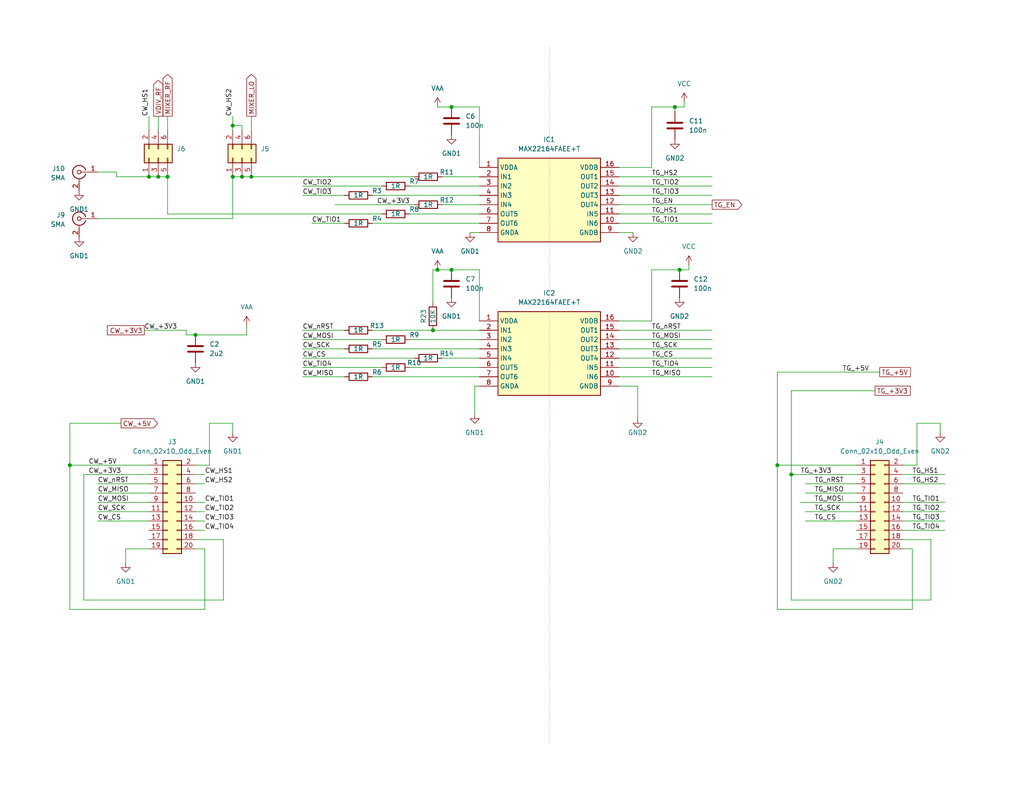
<source format=kicad_sch>
(kicad_sch (version 20231120) (generator "eeschema") (generator_version "8.0")
  (paper "USLetter")
  (title_block (title "Isolator for Jitter Testing"))
  (lib_symbols
    (symbol "Connector:Conn_Coaxial" (pin_names (offset 1.016) hide)
      (property "Reference" "J" (at 0.254 3.048 0))
      (property "Value" "Conn_Coaxial" (at 2.921 0 90))
      (symbol "Conn_Coaxial_0_1"
        (arc (start -1.778 -0.508) (mid 0.2311 -1.8066) (end 1.778 0) (stroke (width 0.254)))
        (polyline (pts (xy -2.54 0) (xy -0.508 0)))
        (polyline (pts (xy 0 -2.54) (xy 0 -1.778)))
        (circle (center 0 0) (radius 0.508) (stroke (width 0.2032)))
        (arc (start 1.778 0) (mid 0.2099 1.8101) (end -1.778 0.508) (stroke (width 0.254)))
      )
      (symbol "Conn_Coaxial_1_1"
        (pin passive line (at -5.08 0 0) (length 2.54) (name "In") (number "1"))
        (pin passive line (at 0 -5.08 90) (length 2.54) (name "Ext") (number "2"))
      )
    )
    (symbol "Connector_Generic:Conn_02x03_Odd_Even" (pin_names (offset 1.016) hide)
      (property "Reference" "J" (at 1.27 5.08 0))
      (property "Value" "Conn_02x03_Odd_Even" (at 1.27 -5.08 0))
      (symbol "Conn_02x03_Odd_Even_1_1"
        (rectangle (start -1.27 -2.413) (end 0 -2.667) (stroke (width 0.1524)))
        (rectangle (start -1.27 0.127) (end 0 -0.127) (stroke (width 0.1524)))
        (rectangle (start -1.27 2.667) (end 0 2.413) (stroke (width 0.1524)))
        (rectangle (start -1.27 3.81) (end 3.81 -3.81) (stroke (width 0.254)) (fill (type background)))
        (rectangle (start 3.81 -2.413) (end 2.54 -2.667) (stroke (width 0.1524)))
        (rectangle (start 3.81 0.127) (end 2.54 -0.127) (stroke (width 0.1524)))
        (rectangle (start 3.81 2.667) (end 2.54 2.413) (stroke (width 0.1524)))
        (pin passive line (at -5.08 2.54 0) (length 3.81) (name "Pin_1") (number "1"))
        (pin passive line (at 7.62 2.54 180) (length 3.81) (name "Pin_2") (number "2"))
        (pin passive line (at -5.08 0 0) (length 3.81) (name "Pin_3") (number "3"))
        (pin passive line (at 7.62 0 180) (length 3.81) (name "Pin_4") (number "4"))
        (pin passive line (at -5.08 -2.54 0) (length 3.81) (name "Pin_5") (number "5"))
        (pin passive line (at 7.62 -2.54 180) (length 3.81) (name "Pin_6") (number "6"))
      )
    )
    (symbol "Connector_Generic:Conn_02x10_Odd_Even" (pin_names (offset 1.016) hide)
      (property "Reference" "J" (at 1.27 12.7 0))
      (property "Value" "Conn_02x10_Odd_Even" (at 1.27 -15.24 0))
      (symbol "Conn_02x10_Odd_Even_1_1"
        (rectangle (start -1.27 -12.573) (end 0 -12.827) (stroke (width 0.1524)))
        (rectangle (start -1.27 -10.033) (end 0 -10.287) (stroke (width 0.1524)))
        (rectangle (start -1.27 -7.493) (end 0 -7.747) (stroke (width 0.1524)))
        (rectangle (start -1.27 -4.953) (end 0 -5.207) (stroke (width 0.1524)))
        (rectangle (start -1.27 -2.413) (end 0 -2.667) (stroke (width 0.1524)))
        (rectangle (start -1.27 0.127) (end 0 -0.127) (stroke (width 0.1524)))
        (rectangle (start -1.27 2.667) (end 0 2.413) (stroke (width 0.1524)))
        (rectangle (start -1.27 5.207) (end 0 4.953) (stroke (width 0.1524)))
        (rectangle (start -1.27 7.747) (end 0 7.493) (stroke (width 0.1524)))
        (rectangle (start -1.27 10.287) (end 0 10.033) (stroke (width 0.1524)))
        (rectangle (start -1.27 11.43) (end 3.81 -13.97) (stroke (width 0.254)) (fill (type background)))
        (rectangle (start 3.81 -12.573) (end 2.54 -12.827) (stroke (width 0.1524)))
        (rectangle (start 3.81 -10.033) (end 2.54 -10.287) (stroke (width 0.1524)))
        (rectangle (start 3.81 -7.493) (end 2.54 -7.747) (stroke (width 0.1524)))
        (rectangle (start 3.81 -4.953) (end 2.54 -5.207) (stroke (width 0.1524)))
        (rectangle (start 3.81 -2.413) (end 2.54 -2.667) (stroke (width 0.1524)))
        (rectangle (start 3.81 0.127) (end 2.54 -0.127) (stroke (width 0.1524)))
        (rectangle (start 3.81 2.667) (end 2.54 2.413) (stroke (width 0.1524)))
        (rectangle (start 3.81 5.207) (end 2.54 4.953) (stroke (width 0.1524)))
        (rectangle (start 3.81 7.747) (end 2.54 7.493) (stroke (width 0.1524)))
        (rectangle (start 3.81 10.287) (end 2.54 10.033) (stroke (width 0.1524)))
        (pin passive line (at -5.08 10.16 0) (length 3.81) (name "Pin_1") (number "1"))
        (pin passive line (at 7.62 0 180) (length 3.81) (name "Pin_10") (number "10"))
        (pin passive line (at -5.08 -2.54 0) (length 3.81) (name "Pin_11") (number "11"))
        (pin passive line (at 7.62 -2.54 180) (length 3.81) (name "Pin_12") (number "12"))
        (pin passive line (at -5.08 -5.08 0) (length 3.81) (name "Pin_13") (number "13"))
        (pin passive line (at 7.62 -5.08 180) (length 3.81) (name "Pin_14") (number "14"))
        (pin passive line (at -5.08 -7.62 0) (length 3.81) (name "Pin_15") (number "15"))
        (pin passive line (at 7.62 -7.62 180) (length 3.81) (name "Pin_16") (number "16"))
        (pin passive line (at -5.08 -10.16 0) (length 3.81) (name "Pin_17") (number "17"))
        (pin passive line (at 7.62 -10.16 180) (length 3.81) (name "Pin_18") (number "18"))
        (pin passive line (at -5.08 -12.7 0) (length 3.81) (name "Pin_19") (number "19"))
        (pin passive line (at 7.62 10.16 180) (length 3.81) (name "Pin_2") (number "2"))
        (pin passive line (at 7.62 -12.7 180) (length 3.81) (name "Pin_20") (number "20"))
        (pin passive line (at -5.08 7.62 0) (length 3.81) (name "Pin_3") (number "3"))
        (pin passive line (at 7.62 7.62 180) (length 3.81) (name "Pin_4") (number "4"))
        (pin passive line (at -5.08 5.08 0) (length 3.81) (name "Pin_5") (number "5"))
        (pin passive line (at 7.62 5.08 180) (length 3.81) (name "Pin_6") (number "6"))
        (pin passive line (at -5.08 2.54 0) (length 3.81) (name "Pin_7") (number "7"))
        (pin passive line (at 7.62 2.54 180) (length 3.81) (name "Pin_8") (number "8"))
        (pin passive line (at -5.08 0 0) (length 3.81) (name "Pin_9") (number "9"))
      )
    )
    (symbol "Device:C" (pin_numbers hide) (pin_names (offset 0.254))
      (property "Reference" "C" (at 0.635 2.54 0))
      (property "Value" "C" (at 0.635 -2.54 0))
      (symbol "C_0_1"
        (polyline (pts (xy -2.032 -0.762) (xy 2.032 -0.762)) (stroke (width 0.508)))
        (polyline (pts (xy -2.032 0.762) (xy 2.032 0.762)) (stroke (width 0.508)))
      )
      (symbol "C_1_1"
        (pin passive line (at 0 3.81 270) (length 2.794) (name "~") (number "1"))
        (pin passive line (at 0 -3.81 90) (length 2.794) (name "~") (number "2"))
      )
    )
    (symbol "Device:R" (pin_numbers hide) (pin_names (offset 0))
      (property "Reference" "R" (at 2.032 0 90))
      (property "Value" "R" (at 0 0 90))
      (symbol "R_0_1"
        (rectangle (start -1.016 -2.54) (end 1.016 2.54) (stroke (width 0.254)))
      )
      (symbol "R_1_1"
        (pin passive line (at 0 3.81 270) (length 1.27) (name "~") (number "1"))
        (pin passive line (at 0 -3.81 90) (length 1.27) (name "~") (number "2"))
      )
    )
    (symbol "MAX22163FAEE+T_1"
      (property "Reference" "IC1" (at 19.05 7.62 0))
      (property "Value" "MAX22164FAEE+T" (at 19.05 5.08 0))
      (symbol "MAX22163FAEE+T_1_1_1"
        (rectangle (start 5.08 2.54) (end 33.02 -20.32) (stroke (width 0.254)) (fill (type background)))
        (pin passive line (at 0 0 0) (length 5.08) (name "VDDA") (number "1"))
        (pin passive line (at 38.1 -15.24 180) (length 5.08) (name "IN6") (number "10"))
        (pin passive line (at 38.1 -12.7 180) (length 5.08) (name "IN5") (number "11"))
        (pin passive line (at 38.1 -10.16 180) (length 5.08) (name "OUT4") (number "12"))
        (pin passive line (at 38.1 -7.62 180) (length 5.08) (name "OUT3") (number "13"))
        (pin passive line (at 38.1 -5.08 180) (length 5.08) (name "OUT2") (number "14"))
        (pin passive line (at 38.1 -2.54 180) (length 5.08) (name "OUT1") (number "15"))
        (pin passive line (at 38.1 0 180) (length 5.08) (name "VDDB") (number "16"))
        (pin passive line (at 0 -2.54 0) (length 5.08) (name "IN1") (number "2"))
        (pin passive line (at 0 -5.08 0) (length 5.08) (name "IN2") (number "3"))
        (pin passive line (at 0 -7.62 0) (length 5.08) (name "IN3") (number "4"))
        (pin passive line (at 0 -10.16 0) (length 5.08) (name "IN4") (number "5"))
        (pin passive line (at 0 -12.7 0) (length 5.08) (name "OUT5") (number "6"))
        (pin passive line (at 0 -15.24 0) (length 5.08) (name "OUT6") (number "7"))
        (pin passive line (at 0 -17.78 0) (length 5.08) (name "GNDA") (number "8"))
        (pin passive line (at 38.1 -17.78 180) (length 5.08) (name "GNDB") (number "9"))
      )
    )
    (symbol "power:GND1" (power) (pin_names (offset 0))
      (property "Value" "GND1" (at 0 -3.81 0))
      (symbol "GND1_0_1"
        (polyline (pts (xy 0 0) (xy 0 -1.27) (xy 1.27 -1.27) (xy 0 -2.54) (xy -1.27 -1.27) (xy 0 -1.27)))
      )
      (symbol "GND1_1_1"
        (pin power_in line (at 0 0 270) (length 0) hide (name "GND1") (number "1"))
      )
    )
    (symbol "power:GND2" (power) (pin_names (offset 0))
      (property "Value" "GND2" (at 0 -3.81 0))
      (symbol "GND2_0_1"
        (polyline (pts (xy 0 0) (xy 0 -1.27) (xy 1.27 -1.27) (xy 0 -2.54) (xy -1.27 -1.27) (xy 0 -1.27)))
      )
      (symbol "GND2_1_1"
        (pin power_in line (at 0 0 270) (length 0) hide (name "GND2") (number "1"))
      )
    )
    (symbol "power:VAA" (power) (pin_names (offset 0))
      (property "Value" "VAA" (at 0 3.81 0))
      (symbol "VAA_0_1"
        (polyline (pts (xy -0.762 1.27) (xy 0 2.54)))
        (polyline (pts (xy 0 0) (xy 0 2.54)))
        (polyline (pts (xy 0 2.54) (xy 0.762 1.27)))
      )
      (symbol "VAA_1_1"
        (pin power_in line (at 0 0 90) (length 0) hide (name "VAA") (number "1"))
      )
    )
    (symbol "power:VCC" (power) (pin_names (offset 0))
      (property "Value" "VCC" (at 0 3.81 0))
      (symbol "VCC_0_1"
        (polyline (pts (xy -0.762 1.27) (xy 0 2.54)))
        (polyline (pts (xy 0 0) (xy 0 2.54)))
        (polyline (pts (xy 0 2.54) (xy 0.762 1.27)))
      )
      (symbol "VCC_1_1"
        (pin power_in line (at 0 0 90) (length 0) hide (name "VCC") (number "1"))
      )
    )
  )
  (junction (at 185.42 73.66))
  (junction (at 123.19 29.21))
  (junction (at 66.04 48.26))
  (junction (at 53.34 91.44))
  (junction (at 118.11 90.17))
  (junction (at 63.5 34.29))
  (junction (at 212.09 127))
  (junction (at 19.05 127))
  (junction (at 43.18 48.26))
  (junction (at 123.19 73.66))
  (junction (at 45.72 48.26))
  (junction (at 40.64 48.26))
  (junction (at 68.58 48.26))
  (junction (at 119.38 73.66))
  (junction (at 215.9 129.54))
  (junction (at 63.5 48.26))
  (junction (at 184.15 29.21))
  (wire (pts (xy 39.37 90.17) (xy 50.8 90.17)))
  (wire (pts (xy 177.8 45.72) (xy 177.8 29.21)))
  (wire (pts (xy 215.9 129.54) (xy 215.9 106.68)))
  (wire (pts (xy 53.34 129.54) (xy 55.88 129.54)))
  (wire (pts (xy 130.81 29.21) (xy 130.81 45.72)))
  (wire (pts (xy 218.44 137.16) (xy 233.68 137.16)))
  (wire (pts (xy 215.9 129.54) (xy 215.9 163.83)))
  (wire (pts (xy 82.55 53.34) (xy 93.98 53.34)))
  (wire (pts (xy 45.72 31.75) (xy 45.72 35.56)))
  (wire (pts (xy 68.58 31.75) (xy 68.58 35.56)))
  (wire (pts (xy 66.04 35.56) (xy 66.04 34.29)))
  (wire (pts (xy 26.67 132.08) (xy 40.64 132.08)))
  (wire (pts (xy 120.65 48.26) (xy 130.81 48.26)))
  (wire (pts (xy 246.38 132.08) (xy 257.81 132.08)))
  (wire (pts (xy 60.96 147.32) (xy 60.96 163.83)))
  (wire (pts (xy 219.71 134.62) (xy 233.68 134.62)))
  (wire (pts (xy 184.15 29.21) (xy 184.15 30.48)))
  (wire (pts (xy 63.5 31.75) (xy 63.5 34.29)))
  (wire (pts (xy 168.91 100.33) (xy 194.31 100.33)))
  (wire (pts (xy 123.19 29.21) (xy 130.81 29.21)))
  (wire (pts (xy 50.8 91.44) (xy 53.34 91.44)))
  (wire (pts (xy 212.09 101.6) (xy 240.03 101.6)))
  (wire (pts (xy 246.38 142.24) (xy 257.81 142.24)))
  (wire (pts (xy 66.04 48.26) (xy 68.58 48.26)))
  (wire (pts (xy 40.64 48.26) (xy 43.18 48.26)))
  (wire (pts (xy 250.19 115.57) (xy 256.54 115.57)))
  (wire (pts (xy 120.65 55.88) (xy 130.81 55.88)))
  (wire (pts (xy 45.72 58.42) (xy 45.72 48.26)))
  (wire (pts (xy 168.91 50.8) (xy 194.31 50.8)))
  (wire (pts (xy 53.34 147.32) (xy 60.96 147.32)))
  (wire (pts (xy 82.55 95.25) (xy 93.98 95.25)))
  (wire (pts (xy 82.55 100.33) (xy 104.14 100.33)))
  (wire (pts (xy 168.91 87.63) (xy 177.8 87.63)))
  (wire (pts (xy 53.34 132.08) (xy 55.88 132.08)))
  (wire (pts (xy 186.69 27.94) (xy 186.69 29.21)))
  (wire (pts (xy 149.86 12.7) (xy 149.86 203.2)) (stroke (width 0) (type dot) (color 242 7 255 1)))
  (wire (pts (xy 101.6 60.96) (xy 130.81 60.96)))
  (wire (pts (xy 82.55 90.17) (xy 93.98 90.17)))
  (wire (pts (xy 219.71 132.08) (xy 233.68 132.08)))
  (wire (pts (xy 168.91 95.25) (xy 194.31 95.25)))
  (wire (pts (xy 184.15 29.21) (xy 186.69 29.21)))
  (wire (pts (xy 53.34 91.44) (xy 67.31 91.44)))
  (wire (pts (xy 85.09 60.96) (xy 93.98 60.96)))
  (wire (pts (xy 40.64 127) (xy 19.05 127)))
  (wire (pts (xy 168.91 55.88) (xy 194.31 55.88)))
  (wire (pts (xy 248.92 149.86) (xy 248.92 166.37)))
  (wire (pts (xy 40.64 149.86) (xy 34.29 149.86)))
  (wire (pts (xy 34.29 149.86) (xy 34.29 153.67)))
  (wire (pts (xy 233.68 149.86) (xy 227.33 149.86)))
  (wire (pts (xy 26.67 46.99) (xy 31.75 46.99)))
  (wire (pts (xy 19.05 166.37) (xy 19.05 127)))
  (wire (pts (xy 63.5 48.26) (xy 66.04 48.26)))
  (wire (pts (xy 43.18 48.26) (xy 45.72 48.26)))
  (wire (pts (xy 26.67 137.16) (xy 40.64 137.16)))
  (wire (pts (xy 63.5 34.29) (xy 66.04 34.29)))
  (wire (pts (xy 256.54 115.57) (xy 256.54 118.11)))
  (wire (pts (xy 177.8 29.21) (xy 184.15 29.21)))
  (wire (pts (xy 233.68 127) (xy 212.09 127)))
  (wire (pts (xy 215.9 129.54) (xy 233.68 129.54)))
  (wire (pts (xy 219.71 139.7) (xy 233.68 139.7)))
  (wire (pts (xy 101.6 95.25) (xy 130.81 95.25)))
  (wire (pts (xy 57.15 115.57) (xy 57.15 127)))
  (wire (pts (xy 248.92 166.37) (xy 212.09 166.37)))
  (wire (pts (xy 53.34 139.7) (xy 55.88 139.7)))
  (wire (pts (xy 168.91 92.71) (xy 194.31 92.71)))
  (wire (pts (xy 101.6 102.87) (xy 130.81 102.87)))
  (wire (pts (xy 168.91 105.41) (xy 173.99 105.41)))
  (wire (pts (xy 246.38 147.32) (xy 254 147.32)))
  (wire (pts (xy 246.38 129.54) (xy 257.81 129.54)))
  (wire (pts (xy 60.96 163.83) (xy 22.86 163.83)))
  (wire (pts (xy 168.91 58.42) (xy 194.31 58.42)))
  (wire (pts (xy 168.91 97.79) (xy 194.31 97.79)))
  (wire (pts (xy 82.55 92.71) (xy 104.14 92.71)))
  (wire (pts (xy 130.81 73.66) (xy 130.81 87.63)))
  (wire (pts (xy 111.76 100.33) (xy 130.81 100.33)))
  (wire (pts (xy 168.91 60.96) (xy 194.31 60.96)))
  (wire (pts (xy 31.75 46.99) (xy 31.75 48.26)))
  (wire (pts (xy 31.75 48.26) (xy 40.64 48.26)))
  (wire (pts (xy 119.38 73.66) (xy 123.19 73.66)))
  (wire (pts (xy 53.34 149.86) (xy 55.88 149.86)))
  (wire (pts (xy 168.91 45.72) (xy 177.8 45.72)))
  (wire (pts (xy 101.6 53.34) (xy 130.81 53.34)))
  (wire (pts (xy 185.42 73.66) (xy 187.96 73.66)))
  (wire (pts (xy 250.19 115.57) (xy 250.19 127)))
  (wire (pts (xy 246.38 149.86) (xy 248.92 149.86)))
  (wire (pts (xy 130.81 63.5) (xy 128.27 63.5)))
  (wire (pts (xy 173.99 105.41) (xy 173.99 114.3)))
  (wire (pts (xy 55.88 166.37) (xy 19.05 166.37)))
  (wire (pts (xy 246.38 144.78) (xy 257.81 144.78)))
  (wire (pts (xy 68.58 48.26) (xy 113.03 48.26)))
  (wire (pts (xy 254 163.83) (xy 215.9 163.83)))
  (wire (pts (xy 177.8 73.66) (xy 185.42 73.66)))
  (wire (pts (xy 26.67 134.62) (xy 40.64 134.62)))
  (wire (pts (xy 53.34 127) (xy 57.15 127)))
  (wire (pts (xy 246.38 137.16) (xy 257.81 137.16)))
  (wire (pts (xy 246.38 127) (xy 250.19 127)))
  (wire (pts (xy 111.76 58.42) (xy 130.81 58.42)))
  (wire (pts (xy 215.9 106.68) (xy 238.76 106.68)))
  (wire (pts (xy 123.19 73.66) (xy 130.81 73.66)))
  (wire (pts (xy 67.31 88.9) (xy 67.31 91.44)))
  (wire (pts (xy 168.91 63.5) (xy 172.72 63.5)))
  (wire (pts (xy 63.5 34.29) (xy 63.5 35.56)))
  (wire (pts (xy 26.67 59.69) (xy 63.5 59.69)))
  (wire (pts (xy 212.09 166.37) (xy 212.09 127)))
  (wire (pts (xy 63.5 115.57) (xy 63.5 118.11)))
  (wire (pts (xy 101.6 90.17) (xy 118.11 90.17)))
  (wire (pts (xy 187.96 72.39) (xy 187.96 73.66)))
  (wire (pts (xy 168.91 102.87) (xy 194.31 102.87)))
  (wire (pts (xy 57.15 115.57) (xy 63.5 115.57)))
  (wire (pts (xy 177.8 87.63) (xy 177.8 73.66)))
  (wire (pts (xy 118.11 90.17) (xy 130.81 90.17)))
  (wire (pts (xy 111.76 50.8) (xy 130.81 50.8)))
  (wire (pts (xy 227.33 149.86) (xy 227.33 153.67)))
  (wire (pts (xy 120.65 97.79) (xy 130.81 97.79)))
  (wire (pts (xy 91.44 55.88) (xy 113.03 55.88)))
  (wire (pts (xy 53.34 137.16) (xy 55.88 137.16)))
  (wire (pts (xy 82.55 50.8) (xy 104.14 50.8)))
  (wire (pts (xy 55.88 149.86) (xy 55.88 166.37)))
  (wire (pts (xy 26.67 142.24) (xy 40.64 142.24)))
  (wire (pts (xy 19.05 115.57) (xy 19.05 127)))
  (wire (pts (xy 82.55 97.79) (xy 113.03 97.79)))
  (wire (pts (xy 19.05 115.57) (xy 33.02 115.57)))
  (wire (pts (xy 129.54 105.41) (xy 129.54 113.03)))
  (wire (pts (xy 50.8 90.17) (xy 50.8 91.44)))
  (wire (pts (xy 119.38 29.21) (xy 123.19 29.21)))
  (wire (pts (xy 212.09 127) (xy 212.09 101.6)))
  (wire (pts (xy 254 147.32) (xy 254 163.83)))
  (wire (pts (xy 43.18 31.75) (xy 43.18 35.56)))
  (wire (pts (xy 40.64 31.75) (xy 40.64 35.56)))
  (wire (pts (xy 45.72 58.42) (xy 104.14 58.42)))
  (wire (pts (xy 246.38 139.7) (xy 257.81 139.7)))
  (wire (pts (xy 168.91 53.34) (xy 194.31 53.34)))
  (wire (pts (xy 22.86 163.83) (xy 22.86 129.54)))
  (wire (pts (xy 26.67 139.7) (xy 40.64 139.7)))
  (wire (pts (xy 168.91 90.17) (xy 194.31 90.17)))
  (wire (pts (xy 111.76 92.71) (xy 130.81 92.71)))
  (wire (pts (xy 82.55 102.87) (xy 93.98 102.87)))
  (wire (pts (xy 219.71 142.24) (xy 233.68 142.24)))
  (wire (pts (xy 53.34 142.24) (xy 55.88 142.24)))
  (wire (pts (xy 63.5 59.69) (xy 63.5 48.26)))
  (wire (pts (xy 53.34 144.78) (xy 55.88 144.78)))
  (wire (pts (xy 118.11 73.66) (xy 119.38 73.66)))
  (wire (pts (xy 118.11 82.55) (xy 118.11 73.66)))
  (wire (pts (xy 22.86 129.54) (xy 40.64 129.54)))
  (wire (pts (xy 168.91 48.26) (xy 194.31 48.26)))
  (wire (pts (xy 130.81 105.41) (xy 129.54 105.41)))
  (label "TG_MISO" (at 177.8 102.87 0))
  (label "TG_HS1" (at 177.8 58.42 0))
  (label "CW_TIO2" (at 82.55 50.8 0))
  (label "TG_EN" (at 177.8 55.88 0))
  (label "TG_+3V3" (at 218.44 129.54 0))
  (label "TG_TIO2" (at 248.92 139.7 0))
  (label "CW_HS1" (at 40.64 31.75 90))
  (label "CW_TIO4" (at 82.55 100.33 0))
  (label "CW_TIO2" (at 55.88 139.7 0))
  (label "TG_CS" (at 222.25 142.24 0))
  (label "TG_TIO1" (at 248.92 137.16 0))
  (label "TG_TIO2" (at 177.8 50.8 0))
  (label "CW_CS" (at 82.55 97.79 0))
  (label "CW_SCK" (at 26.67 139.7 0))
  (label "TG_HS1" (at 248.92 129.54 0))
  (label "CW_TIO3" (at 82.55 53.34 0))
  (label "CW_TIO1" (at 55.88 137.16 0))
  (label "CW_HS2" (at 63.5 31.75 90))
  (label "CW_TIO1" (at 85.09 60.96 0))
  (label "TG_HS2" (at 177.8 48.26 0))
  (label "TG_MOSI" (at 177.8 92.71 0))
  (label "TG_SCK" (at 177.8 95.25 0))
  (label "TG_MOSI" (at 222.25 137.16 0))
  (label "TG_TIO4" (at 248.92 144.78 0))
  (label "TG_SCK" (at 222.25 139.7 0))
  (label "CW_TIO3" (at 55.88 142.24 0))
  (label "TG_TIO1" (at 177.8 60.96 0))
  (label "CW_SCK" (at 82.55 95.25 0))
  (label "CW_+3V3" (at 102.87 55.88 0))
  (label "CW_MOSI" (at 26.67 137.16 0))
  (label "CW_HS1" (at 55.88 129.54 0))
  (label "TG_CS" (at 177.8 97.79 0))
  (label "CW_nRST" (at 82.55 90.17 0))
  (label "CW_MISO" (at 82.55 102.87 0))
  (label "TG_nRST" (at 177.8 90.17 0))
  (label "CW_TIO4" (at 55.88 144.78 0))
  (label "CW_+3V3" (at 39.37 90.17 0))
  (label "CW_CS" (at 26.67 142.24 0))
  (label "TG_MISO" (at 222.25 134.62 0))
  (label "TG_HS2" (at 248.92 132.08 0))
  (label "TG_nRST" (at 222.25 132.08 0))
  (label "TG_+5V" (at 229.87 101.6 0))
  (label "CW_nRST" (at 26.67 132.08 0))
  (label "CW_MISO" (at 26.67 134.62 0))
  (label "TG_TIO3" (at 177.8 53.34 0))
  (label "CW_+3V3" (at 24.13 129.54 0))
  (label "CW_MOSI" (at 82.55 92.71 0))
  (label "CW_+5V" (at 24.13 127 0))
  (label "TG_TIO3" (at 248.92 142.24 0))
  (label "CW_HS2" (at 55.88 132.08 0))
  (label "TG_TIO4" (at 177.8 100.33 0))
  (global_label "MIXER_LO" (shape output) (at 68.58 31.75 90) (property "Intersheetrefs" "${INTERSHEET_REFS}" (effects (hide yes))))
  (global_label "MIXER_RF" (shape output) (at 45.72 31.75 90) (property "Intersheetrefs" "${INTERSHEET_REFS}" (effects (hide yes))))
  (global_label "VDIV_RF" (shape output) (at 43.18 31.75 90) (property "Intersheetrefs" "${INTERSHEET_REFS}" (effects (hide yes))))
  (global_label "CW_+5V" (shape output) (at 33.02 115.57 0) (property "Intersheetrefs" "${INTERSHEET_REFS}" (effects (hide yes))))
  (global_label "CW_+3V3" (shape passive) (at 39.37 90.17 180) (property "Intersheetrefs" "${INTERSHEET_REFS}" (effects (hide yes))))
  (global_label "TG_+3V3" (shape passive) (at 238.76 106.68 0) (property "Intersheetrefs" "${INTERSHEET_REFS}" (effects (hide yes))))
  (global_label "TG_+5V" (shape passive) (at 240.03 101.6 0) (property "Intersheetrefs" "${INTERSHEET_REFS}" (effects (hide yes))))
  (global_label "TG_EN" (shape output) (at 194.31 55.88 0) (property "Intersheetrefs" "${INTERSHEET_REFS}" (effects (hide yes))))
  (symbol (lib_id "Device:C") (at 53.34 95.25 0) (unit 1)
    (property "Reference" "C2" (at 57.15 93.98 0) (effects (justify left)))
    (property "Value" "2u2" (at 57.15 96.52 0) (effects (justify left)))
    (property "Footprint" "Resistor_SMD:R_0603_1608Metric" (effects (hide yes)))
  )
  (symbol (lib_id "Connector:Conn_Coaxial") (at 21.59 59.69 0) (mirror y) (unit 1)
    (property "Reference" "J9" (at 17.78 58.7132 0) (effects (justify left)))
    (property "Value" "SMA" (at 17.78 61.2532 0) (effects (justify left)))
    (property "Footprint" "Connector_Coaxial:SMA_Molex_73251-1153_EdgeMount_Horizontal" (effects (hide yes)))
    (property "Datasheet" " ~" (effects (hide yes)))
  )
  (symbol (lib_id "Device:R") (at 107.95 50.8 90) (unit 1)
    (property "Reference" "R7" (at 113.03 49.53 90))
    (property "Value" "1R" (at 107.95 50.8 90))
    (property "Footprint" "Resistor_SMD:R_0603_1608Metric" (effects (hide yes)))
  )
  (symbol (lib_id "power:GND2") (at 185.42 81.28 0) (unit 1)
    (property "Reference" "#PWR027" (effects (hide yes)))
    (property "Value" "GND2" (at 185.42 86.36 0))
  )
  (symbol (lib_id "Device:R") (at 107.95 100.33 90) (unit 1)
    (property "Reference" "R10" (at 113.03 99.06 90))
    (property "Value" "1R" (at 107.95 100.33 90))
    (property "Footprint" "Resistor_SMD:R_0603_1608Metric" (effects (hide yes)))
  )
  (symbol (lib_id "Device:R") (at 97.79 95.25 90) (unit 1)
    (property "Reference" "R5" (at 102.87 93.98 90))
    (property "Value" "1R" (at 97.79 95.25 90))
    (property "Footprint" "Resistor_SMD:R_0603_1608Metric" (effects (hide yes)))
  )
  (symbol (lib_id "power:GND2") (at 256.54 118.11 0) (unit 1)
    (property "Reference" "#PWR036" (effects (hide yes)))
    (property "Value" "GND2" (at 256.54 123.19 0))
  )
  (symbol (lib_id "Device:R") (at 97.79 53.34 90) (unit 1)
    (property "Reference" "R3" (at 102.87 52.07 90))
    (property "Value" "1R" (at 97.79 53.34 90))
    (property "Footprint" "Resistor_SMD:R_0603_1608Metric" (effects (hide yes)))
  )
  (symbol (lib_id "Device:R") (at 107.95 58.42 90) (unit 1)
    (property "Reference" "R8" (at 113.03 57.15 90))
    (property "Value" "1R" (at 107.95 58.42 90))
    (property "Footprint" "Resistor_SMD:R_0603_1608Metric" (effects (hide yes)))
  )
  (symbol (lib_id "Connector:Conn_Coaxial") (at 21.59 46.99 0) (mirror y) (unit 1)
    (property "Reference" "J10" (at 17.78 46.0132 0) (effects (justify left)))
    (property "Value" "SMA" (at 17.78 48.5532 0) (effects (justify left)))
    (property "Footprint" "Connector_Coaxial:SMA_Molex_73251-1153_EdgeMount_Horizontal" (effects (hide yes)))
    (property "Datasheet" " ~" (effects (hide yes)))
  )
  (symbol (lib_id "Connector_Generic:Conn_02x03_Odd_Even") (at 43.18 43.18 90) (unit 1)
    (property "Reference" "J6" (at 48.26 40.64 90) (effects (justify right)))
    (property "Value" "Conn_02x03_Odd_Even" (effects (hide yes)))
    (property "Footprint" "Connector_PinHeader_2.54mm:PinHeader_2x03_P2.54mm_Vertical" (effects (hide yes)))
  )
  (symbol (lib_id "power:VAA") (at 119.38 29.21 0) (unit 1)
    (property "Reference" "#PWR014" (effects (hide yes)))
    (property "Value" "VAA" (at 119.38 24.13 0))
  )
  (symbol (lib_id "power:VAA") (at 67.31 88.9 0) (unit 1)
    (property "Reference" "#PWR07" (effects (hide yes)))
    (property "Value" "VAA" (at 67.31 83.82 0))
  )
  (symbol (lib_id "power:VCC") (at 187.96 72.39 0) (unit 1)
    (property "Reference" "#PWR029" (effects (hide yes)))
    (property "Value" "VCC" (at 187.96 67.31 0))
  )
  (symbol (lib_id "Connector_Generic:Conn_02x10_Odd_Even") (at 238.76 137.16 0) (unit 1)
    (property "Reference" "J4" (at 240.03 120.65 0))
    (property "Value" "Conn_02x10_Odd_Even" (at 240.03 123.19 0))
    (property "Footprint" "Connector_IDC:IDC-Header_2x10_P2.54mm_Vertical" (effects (hide yes)))
  )
  (symbol (lib_id "Device:R") (at 97.79 102.87 90) (unit 1)
    (property "Reference" "R6" (at 102.87 101.6 90))
    (property "Value" "1R" (at 97.79 102.87 90))
    (property "Footprint" "Resistor_SMD:R_0603_1608Metric" (effects (hide yes)))
  )
  (symbol (lib_name "MAX22163FAEE+T_1") (lib_id "MAX22163FAEE+T:MAX22163FAEE+T") (at 130.81 45.72 0) (unit 1)
    (property "Reference" "IC1" (at 149.86 38.1 0))
    (property "Value" "MAX22164FAEE+T" (at 149.86 40.64 0))
    (property "Footprint" "Package_SO:SSOP-16_3.9x4.9mm_P0.635mm" (effects (hide yes)))
    (property "Datasheet" "https://www.analog.com/MAX22163/datasheet" (effects (hide yes)))
    (property "Height" "1.75" (effects (hide yes)))
    (property "Manufacturer_Name" "Analog Devices" (effects (hide yes)))
    (property "Manufacturer_Part_Number" "MAX22163FAEE+T" (effects (hide yes)))
    (property "Mouser Part Number" "700-MAX22163FAEE+T" (effects (hide yes)))
    (property "Mouser Price/Stock" "https://www.mouser.co.uk/ProductDetail/Analog-Devices-Maxim-Integrated/MAX22163FAEE%2bT?qs=9vOqFld9vZXxpFM8jlXY%252Bg%3D%3D" (effects (hide yes)))
  )
  (symbol (lib_id "Device:R") (at 107.95 92.71 90) (unit 1)
    (property "Reference" "R9" (at 113.03 91.44 90))
    (property "Value" "1R" (at 107.95 92.71 90))
    (property "Footprint" "Resistor_SMD:R_0603_1608Metric" (effects (hide yes)))
  )
  (symbol (lib_id "power:GND2") (at 227.33 153.67 0) (unit 1)
    (property "Reference" "#PWR033" (effects (hide yes)))
    (property "Value" "GND2" (at 227.33 158.75 0))
  )
  (symbol (lib_name "MAX22163FAEE+T_1") (lib_id "MAX22163FAEE+T:MAX22163FAEE+T") (at 130.81 87.63 0) (unit 1)
    (property "Reference" "IC2" (at 149.86 80.01 0))
    (property "Value" "MAX22164FAEE+T" (at 149.86 82.55 0))
    (property "Footprint" "Package_SO:SSOP-16_3.9x4.9mm_P0.635mm" (effects (hide yes)))
    (property "Datasheet" "https://www.analog.com/MAX22163/datasheet" (effects (hide yes)))
    (property "Height" "1.75" (effects (hide yes)))
    (property "Manufacturer_Name" "Analog Devices" (effects (hide yes)))
    (property "Manufacturer_Part_Number" "MAX22163FAEE+T" (effects (hide yes)))
    (property "Mouser Part Number" "700-MAX22163FAEE+T" (effects (hide yes)))
    (property "Mouser Price/Stock" "https://www.mouser.co.uk/ProductDetail/Analog-Devices-Maxim-Integrated/MAX22163FAEE%2bT?qs=9vOqFld9vZXxpFM8jlXY%252Bg%3D%3D" (effects (hide yes)))
  )
  (symbol (lib_id "Device:R") (at 116.84 97.79 90) (unit 1)
    (property "Reference" "R14" (at 121.92 96.52 90))
    (property "Value" "1R" (at 116.84 97.79 90))
    (property "Footprint" "Resistor_SMD:R_0603_1608Metric" (effects (hide yes)))
  )
  (symbol (lib_id "power:GND2") (at 173.99 114.3 0) (unit 1)
    (property "Reference" "#PWR024" (effects (hide yes)))
    (property "Value" "GND2" (at 173.99 118.11 0))
  )
  (symbol (lib_id "Device:R") (at 116.84 55.88 90) (unit 1)
    (property "Reference" "R12" (at 121.92 54.61 90))
    (property "Value" "1R" (at 116.84 55.88 90))
    (property "Footprint" "Resistor_SMD:R_0603_1608Metric" (effects (hide yes)))
  )
  (symbol (lib_id "power:GND1") (at 123.19 81.28 0) (unit 1)
    (property "Reference" "#PWR017" (effects (hide yes)))
    (property "Value" "GND1" (at 123.19 86.36 0))
  )
  (symbol (lib_id "power:GND1") (at 21.59 52.07 0) (unit 1)
    (property "Reference" "#PWR039" (effects (hide yes)))
    (property "Value" "GND1" (at 21.59 57.15 0))
  )
  (symbol (lib_id "Device:C") (at 123.19 77.47 0) (unit 1)
    (property "Reference" "C7" (at 127 76.2 0) (effects (justify left)))
    (property "Value" "100n" (at 127 78.74 0) (effects (justify left)))
    (property "Footprint" "Resistor_SMD:R_0603_1608Metric" (effects (hide yes)))
  )
  (symbol (lib_id "Device:R") (at 97.79 90.17 90) (unit 1)
    (property "Reference" "R13" (at 102.87 88.9 90))
    (property "Value" "1R" (at 97.79 90.17 90))
    (property "Footprint" "Resistor_SMD:R_0603_1608Metric" (effects (hide yes)))
  )
  (symbol (lib_id "Connector_Generic:Conn_02x03_Odd_Even") (at 66.04 43.18 90) (unit 1)
    (property "Reference" "J5" (at 71.12 40.64 90) (effects (justify right)))
    (property "Value" "Conn_02x03_Odd_Even" (effects (hide yes)))
    (property "Footprint" "Connector_PinHeader_2.54mm:PinHeader_2x03_P2.54mm_Vertical" (effects (hide yes)))
  )
  (symbol (lib_id "Device:C") (at 184.15 34.29 0) (unit 1)
    (property "Reference" "C11" (at 187.96 33.02 0) (effects (justify left)))
    (property "Value" "100n" (at 187.96 35.56 0) (effects (justify left)))
    (property "Footprint" "Resistor_SMD:R_0603_1608Metric" (effects (hide yes)))
  )
  (symbol (lib_id "power:GND1") (at 128.27 63.5 0) (unit 1)
    (property "Reference" "#PWR018" (effects (hide yes)))
    (property "Value" "GND1" (at 128.27 68.58 0))
  )
  (symbol (lib_id "power:GND1") (at 123.19 36.83 0) (unit 1)
    (property "Reference" "#PWR016" (effects (hide yes)))
    (property "Value" "GND1" (at 123.19 41.91 0))
  )
  (symbol (lib_id "power:GND1") (at 53.34 99.06 0) (unit 1)
    (property "Reference" "#PWR03" (effects (hide yes)))
    (property "Value" "GND1" (at 53.34 104.14 0))
  )
  (symbol (lib_id "Device:R") (at 116.84 48.26 90) (unit 1)
    (property "Reference" "R11" (at 121.92 46.99 90))
    (property "Value" "1R" (at 116.84 48.26 90))
    (property "Footprint" "Resistor_SMD:R_0603_1608Metric" (effects (hide yes)))
  )
  (symbol (lib_id "Device:R") (at 118.11 86.36 180) (unit 1)
    (property "Reference" "R23" (at 115.57 86.36 90))
    (property "Value" "10K" (at 118.11 86.36 90))
    (property "Footprint" "Resistor_SMD:R_0603_1608Metric" (effects (hide yes)))
  )
  (symbol (lib_id "Connector_Generic:Conn_02x10_Odd_Even") (at 45.72 137.16 0) (unit 1)
    (property "Reference" "J3" (at 46.99 120.65 0))
    (property "Value" "Conn_02x10_Odd_Even" (at 46.99 123.19 0))
    (property "Footprint" "Connector_IDC:IDC-Header_2x10_P2.54mm_Vertical" (effects (hide yes)))
  )
  (symbol (lib_id "power:GND1") (at 34.29 153.67 0) (unit 1)
    (property "Reference" "#PWR04" (effects (hide yes)))
    (property "Value" "GND1" (at 34.29 158.75 0))
  )
  (symbol (lib_id "power:GND1") (at 63.5 118.11 0) (unit 1)
    (property "Reference" "#PWR09" (effects (hide yes)))
    (property "Value" "GND1" (at 63.5 123.19 0))
  )
  (symbol (lib_id "power:GND1") (at 21.59 64.77 0) (unit 1)
    (property "Reference" "#PWR038" (effects (hide yes)))
    (property "Value" "GND1" (at 21.59 69.85 0))
  )
  (symbol (lib_id "power:GND1") (at 129.54 113.03 0) (unit 1)
    (property "Reference" "#PWR019" (effects (hide yes)))
    (property "Value" "GND1" (at 129.54 118.11 0))
  )
  (symbol (lib_id "Device:R") (at 97.79 60.96 90) (unit 1)
    (property "Reference" "R4" (at 102.87 59.69 90))
    (property "Value" "1R" (at 97.79 60.96 90))
    (property "Footprint" "Resistor_SMD:R_0603_1608Metric" (effects (hide yes)))
  )
  (symbol (lib_id "power:VAA") (at 119.38 73.66 0) (unit 1)
    (property "Reference" "#PWR015" (effects (hide yes)))
    (property "Value" "VAA" (at 119.38 68.58 0))
  )
  (symbol (lib_id "power:GND2") (at 184.15 38.1 0) (unit 1)
    (property "Reference" "#PWR026" (effects (hide yes)))
    (property "Value" "GND2" (at 184.15 43.18 0))
  )
  (symbol (lib_id "power:VCC") (at 186.69 27.94 0) (unit 1)
    (property "Reference" "#PWR028" (effects (hide yes)))
    (property "Value" "VCC" (at 186.69 22.86 0))
  )
  (symbol (lib_id "Device:C") (at 123.19 33.02 0) (unit 1)
    (property "Reference" "C6" (at 127 31.75 0) (effects (justify left)))
    (property "Value" "100n" (at 127 34.29 0) (effects (justify left)))
    (property "Footprint" "Resistor_SMD:R_0603_1608Metric" (effects (hide yes)))
  )
  (symbol (lib_id "Device:C") (at 185.42 77.47 0) (unit 1)
    (property "Reference" "C12" (at 189.23 76.2 0) (effects (justify left)))
    (property "Value" "100n" (at 189.23 78.74 0) (effects (justify left)))
    (property "Footprint" "Resistor_SMD:R_0603_1608Metric" (effects (hide yes)))
  )
  (symbol (lib_id "power:GND2") (at 172.72 63.5 0) (unit 1)
    (property "Reference" "#PWR023" (effects (hide yes)))
    (property "Value" "GND2" (at 172.72 68.58 0))
  )
)
</source>
